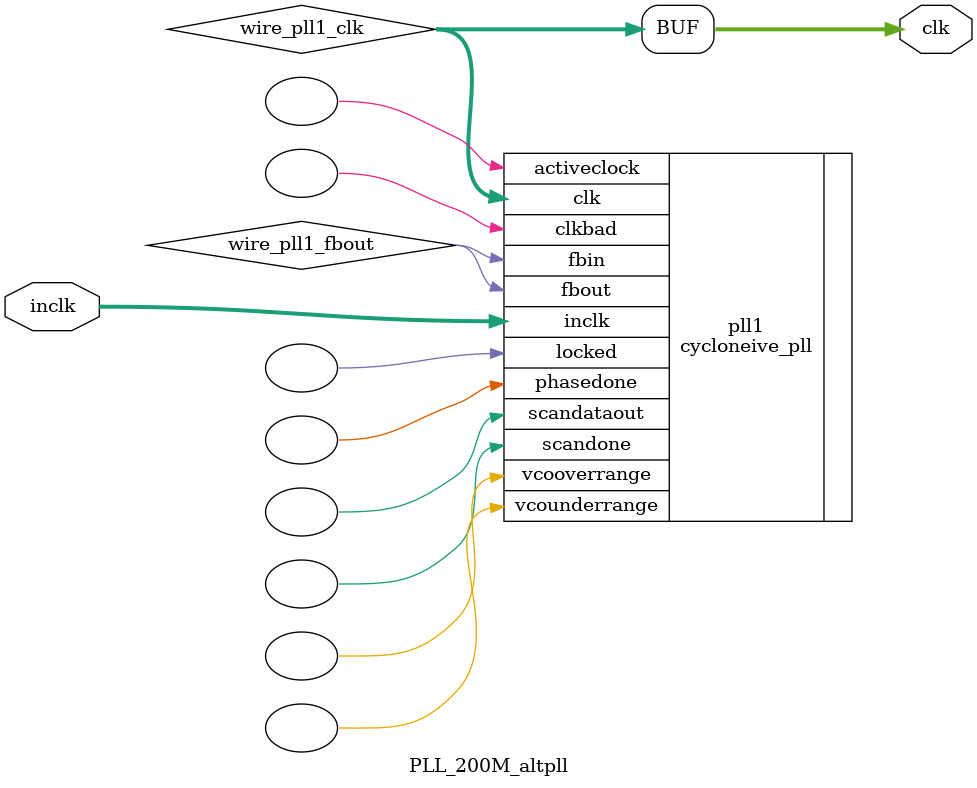
<source format=v>






//synthesis_resources = cycloneive_pll 1 
//synopsys translate_off
`timescale 1 ps / 1 ps
//synopsys translate_on
module  PLL_200M_altpll
	( 
	clk,
	inclk) /* synthesis synthesis_clearbox=1 */;
	output   [4:0]  clk;
	input   [1:0]  inclk;
`ifndef ALTERA_RESERVED_QIS
// synopsys translate_off
`endif
	tri0   [1:0]  inclk;
`ifndef ALTERA_RESERVED_QIS
// synopsys translate_on
`endif

	wire  [4:0]   wire_pll1_clk;
	wire  wire_pll1_fbout;

	cycloneive_pll   pll1
	( 
	.activeclock(),
	.clk(wire_pll1_clk),
	.clkbad(),
	.fbin(wire_pll1_fbout),
	.fbout(wire_pll1_fbout),
	.inclk(inclk),
	.locked(),
	.phasedone(),
	.scandataout(),
	.scandone(),
	.vcooverrange(),
	.vcounderrange()
	`ifndef FORMAL_VERIFICATION
	// synopsys translate_off
	`endif
	,
	.areset(1'b0),
	.clkswitch(1'b0),
	.configupdate(1'b0),
	.pfdena(1'b1),
	.phasecounterselect({3{1'b0}}),
	.phasestep(1'b0),
	.phaseupdown(1'b0),
	.scanclk(1'b0),
	.scanclkena(1'b1),
	.scandata(1'b0)
	`ifndef FORMAL_VERIFICATION
	// synopsys translate_on
	`endif
	);
	defparam
		pll1.bandwidth_type = "auto",
		pll1.clk0_divide_by = 1,
		pll1.clk0_duty_cycle = 50,
		pll1.clk0_multiply_by = 4,
		pll1.clk0_phase_shift = "0",
		pll1.compensate_clock = "clk0",
		pll1.inclk0_input_frequency = 20000,
		pll1.operation_mode = "normal",
		pll1.pll_type = "auto",
		pll1.lpm_type = "cycloneive_pll";
	assign
		clk = {wire_pll1_clk[4:0]};
endmodule //PLL_200M_altpll
//VALID FILE

</source>
